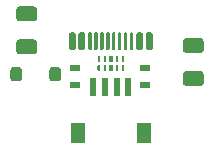
<source format=gtp>
G04 #@! TF.GenerationSoftware,KiCad,Pcbnew,(5.99.0-840-g2507f985a)*
G04 #@! TF.CreationDate,2020-03-22T20:28:13-03:00*
G04 #@! TF.ProjectId,Unified-Daughterboard,556e6966-6965-4642-9d44-617567687465,rev?*
G04 #@! TF.SameCoordinates,Original*
G04 #@! TF.FileFunction,Paste,Top*
G04 #@! TF.FilePolarity,Positive*
%FSLAX46Y46*%
G04 Gerber Fmt 4.6, Leading zero omitted, Abs format (unit mm)*
G04 Created by KiCad (PCBNEW (5.99.0-840-g2507f985a)) date 2020-03-22 20:28:13*
%MOMM*%
%LPD*%
G01*
G04 APERTURE LIST*
%ADD10R,0.250000X0.550000*%
%ADD11R,0.300000X0.550000*%
%ADD12R,0.900000X0.500000*%
%ADD13R,0.600000X1.550000*%
%ADD14R,1.200000X1.800000*%
G04 APERTURE END LIST*
G36*
X74050336Y-66145915D02*
G01*
X74090889Y-66173012D01*
X74117986Y-66213565D01*
X74127501Y-66261400D01*
X74127501Y-66561400D01*
X74117986Y-66609235D01*
X74090889Y-66649788D01*
X74050336Y-66676885D01*
X74002501Y-66686400D01*
X74002499Y-66686400D01*
X73954664Y-66676885D01*
X73914111Y-66649788D01*
X73887014Y-66609235D01*
X73877499Y-66561400D01*
X73877499Y-66261400D01*
X73887014Y-66213565D01*
X73914111Y-66173012D01*
X73954664Y-66145915D01*
X74002499Y-66136400D01*
X74002501Y-66136400D01*
X74050336Y-66145915D01*
G37*
D10*
X74502500Y-66411400D03*
D11*
X75002500Y-66411400D03*
D10*
X75502500Y-66411400D03*
X76002500Y-66411400D03*
X74502500Y-65641400D03*
X76002500Y-65641400D03*
X75502500Y-65641400D03*
X74002500Y-65641400D03*
D11*
X75002500Y-65641400D03*
G36*
X82708171Y-63868030D02*
G01*
X82789277Y-63922223D01*
X82843470Y-64003329D01*
X82862500Y-64099000D01*
X82862500Y-64849000D01*
X82843470Y-64944671D01*
X82789277Y-65025777D01*
X82708171Y-65079970D01*
X82612500Y-65099000D01*
X81362500Y-65099000D01*
X81266829Y-65079970D01*
X81185723Y-65025777D01*
X81131530Y-64944671D01*
X81112500Y-64849000D01*
X81112500Y-64099000D01*
X81131530Y-64003329D01*
X81185723Y-63922223D01*
X81266829Y-63868030D01*
X81362500Y-63849000D01*
X82612500Y-63849000D01*
X82708171Y-63868030D01*
G37*
G36*
X82708171Y-66668030D02*
G01*
X82789277Y-66722223D01*
X82843470Y-66803329D01*
X82862500Y-66899000D01*
X82862500Y-67649000D01*
X82843470Y-67744671D01*
X82789277Y-67825777D01*
X82708171Y-67879970D01*
X82612500Y-67899000D01*
X81362500Y-67899000D01*
X81266829Y-67879970D01*
X81185723Y-67825777D01*
X81131530Y-67744671D01*
X81112500Y-67649000D01*
X81112500Y-66899000D01*
X81131530Y-66803329D01*
X81185723Y-66722223D01*
X81266829Y-66668030D01*
X81362500Y-66649000D01*
X82612500Y-66649000D01*
X82708171Y-66668030D01*
G37*
D12*
X71954500Y-66379000D03*
X71954500Y-67879000D03*
G36*
X68611171Y-64001030D02*
G01*
X68692277Y-64055223D01*
X68746470Y-64136329D01*
X68765500Y-64232000D01*
X68765500Y-64982000D01*
X68746470Y-65077671D01*
X68692277Y-65158777D01*
X68611171Y-65212970D01*
X68515500Y-65232000D01*
X67265500Y-65232000D01*
X67169829Y-65212970D01*
X67088723Y-65158777D01*
X67034530Y-65077671D01*
X67015500Y-64982000D01*
X67015500Y-64232000D01*
X67034530Y-64136329D01*
X67088723Y-64055223D01*
X67169829Y-64001030D01*
X67265500Y-63982000D01*
X68515500Y-63982000D01*
X68611171Y-64001030D01*
G37*
G36*
X68611171Y-61201030D02*
G01*
X68692277Y-61255223D01*
X68746470Y-61336329D01*
X68765500Y-61432000D01*
X68765500Y-62182000D01*
X68746470Y-62277671D01*
X68692277Y-62358777D01*
X68611171Y-62412970D01*
X68515500Y-62432000D01*
X67265500Y-62432000D01*
X67169829Y-62412970D01*
X67088723Y-62358777D01*
X67034530Y-62277671D01*
X67015500Y-62182000D01*
X67015500Y-61432000D01*
X67034530Y-61336329D01*
X67088723Y-61255223D01*
X67169829Y-61201030D01*
X67265500Y-61182000D01*
X68515500Y-61182000D01*
X68611171Y-61201030D01*
G37*
G36*
X70648171Y-66309030D02*
G01*
X70729277Y-66363223D01*
X70783470Y-66444329D01*
X70802500Y-66540000D01*
X70802500Y-67240000D01*
X70783470Y-67335671D01*
X70729277Y-67416777D01*
X70648171Y-67470970D01*
X70552500Y-67490000D01*
X70052500Y-67490000D01*
X69956829Y-67470970D01*
X69875723Y-67416777D01*
X69821530Y-67335671D01*
X69802500Y-67240000D01*
X69802500Y-66540000D01*
X69821530Y-66444329D01*
X69875723Y-66363223D01*
X69956829Y-66309030D01*
X70052500Y-66290000D01*
X70552500Y-66290000D01*
X70648171Y-66309030D01*
G37*
G36*
X67348171Y-66309030D02*
G01*
X67429277Y-66363223D01*
X67483470Y-66444329D01*
X67502500Y-66540000D01*
X67502500Y-67240000D01*
X67483470Y-67335671D01*
X67429277Y-67416777D01*
X67348171Y-67470970D01*
X67252500Y-67490000D01*
X66752500Y-67490000D01*
X66656829Y-67470970D01*
X66575723Y-67416777D01*
X66521530Y-67335671D01*
X66502500Y-67240000D01*
X66502500Y-66540000D01*
X66521530Y-66444329D01*
X66575723Y-66363223D01*
X66656829Y-66309030D01*
X66752500Y-66290000D01*
X67252500Y-66290000D01*
X67348171Y-66309030D01*
G37*
G36*
X78459903Y-63404418D02*
G01*
X78508566Y-63436934D01*
X78541082Y-63485597D01*
X78552500Y-63543000D01*
X78552500Y-64693000D01*
X78541082Y-64750403D01*
X78508566Y-64799066D01*
X78459903Y-64831582D01*
X78402500Y-64843000D01*
X78102500Y-64843000D01*
X78045097Y-64831582D01*
X77996434Y-64799066D01*
X77963918Y-64750403D01*
X77952500Y-64693000D01*
X77952500Y-63543000D01*
X77963918Y-63485597D01*
X77996434Y-63436934D01*
X78045097Y-63404418D01*
X78102500Y-63393000D01*
X78402500Y-63393000D01*
X78459903Y-63404418D01*
G37*
G36*
X76856201Y-63398709D02*
G01*
X76880533Y-63414967D01*
X76896791Y-63439299D01*
X76902500Y-63468000D01*
X76902500Y-64768000D01*
X76896791Y-64796701D01*
X76880533Y-64821033D01*
X76856201Y-64837291D01*
X76827500Y-64843000D01*
X76677500Y-64843000D01*
X76648799Y-64837291D01*
X76624467Y-64821033D01*
X76608209Y-64796701D01*
X76602500Y-64768000D01*
X76602500Y-63468000D01*
X76608209Y-63439299D01*
X76624467Y-63414967D01*
X76648799Y-63398709D01*
X76677500Y-63393000D01*
X76827500Y-63393000D01*
X76856201Y-63398709D01*
G37*
G36*
X76356201Y-63398709D02*
G01*
X76380533Y-63414967D01*
X76396791Y-63439299D01*
X76402500Y-63468000D01*
X76402500Y-64768000D01*
X76396791Y-64796701D01*
X76380533Y-64821033D01*
X76356201Y-64837291D01*
X76327500Y-64843000D01*
X76177500Y-64843000D01*
X76148799Y-64837291D01*
X76124467Y-64821033D01*
X76108209Y-64796701D01*
X76102500Y-64768000D01*
X76102500Y-63468000D01*
X76108209Y-63439299D01*
X76124467Y-63414967D01*
X76148799Y-63398709D01*
X76177500Y-63393000D01*
X76327500Y-63393000D01*
X76356201Y-63398709D01*
G37*
G36*
X75856201Y-63398709D02*
G01*
X75880533Y-63414967D01*
X75896791Y-63439299D01*
X75902500Y-63468000D01*
X75902500Y-64768000D01*
X75896791Y-64796701D01*
X75880533Y-64821033D01*
X75856201Y-64837291D01*
X75827500Y-64843000D01*
X75677500Y-64843000D01*
X75648799Y-64837291D01*
X75624467Y-64821033D01*
X75608209Y-64796701D01*
X75602500Y-64768000D01*
X75602500Y-63468000D01*
X75608209Y-63439299D01*
X75624467Y-63414967D01*
X75648799Y-63398709D01*
X75677500Y-63393000D01*
X75827500Y-63393000D01*
X75856201Y-63398709D01*
G37*
G36*
X75360201Y-63398709D02*
G01*
X75384533Y-63414967D01*
X75400791Y-63439299D01*
X75406500Y-63468000D01*
X75406500Y-64768000D01*
X75400791Y-64796701D01*
X75384533Y-64821033D01*
X75360201Y-64837291D01*
X75331500Y-64843000D01*
X75181500Y-64843000D01*
X75152799Y-64837291D01*
X75128467Y-64821033D01*
X75112209Y-64796701D01*
X75106500Y-64768000D01*
X75106500Y-63468000D01*
X75112209Y-63439299D01*
X75128467Y-63414967D01*
X75152799Y-63398709D01*
X75181500Y-63393000D01*
X75331500Y-63393000D01*
X75360201Y-63398709D01*
G37*
G36*
X73356201Y-63398709D02*
G01*
X73380533Y-63414967D01*
X73396791Y-63439299D01*
X73402500Y-63468000D01*
X73402500Y-64768000D01*
X73396791Y-64796701D01*
X73380533Y-64821033D01*
X73356201Y-64837291D01*
X73327500Y-64843000D01*
X73177500Y-64843000D01*
X73148799Y-64837291D01*
X73124467Y-64821033D01*
X73108209Y-64796701D01*
X73102500Y-64768000D01*
X73102500Y-63468000D01*
X73108209Y-63439299D01*
X73124467Y-63414967D01*
X73148799Y-63398709D01*
X73177500Y-63393000D01*
X73327500Y-63393000D01*
X73356201Y-63398709D01*
G37*
G36*
X73856201Y-63398709D02*
G01*
X73880533Y-63414967D01*
X73896791Y-63439299D01*
X73902500Y-63468000D01*
X73902500Y-64768000D01*
X73896791Y-64796701D01*
X73880533Y-64821033D01*
X73856201Y-64837291D01*
X73827500Y-64843000D01*
X73677500Y-64843000D01*
X73648799Y-64837291D01*
X73624467Y-64821033D01*
X73608209Y-64796701D01*
X73602500Y-64768000D01*
X73602500Y-63468000D01*
X73608209Y-63439299D01*
X73624467Y-63414967D01*
X73648799Y-63398709D01*
X73677500Y-63393000D01*
X73827500Y-63393000D01*
X73856201Y-63398709D01*
G37*
G36*
X74356201Y-63398709D02*
G01*
X74380533Y-63414967D01*
X74396791Y-63439299D01*
X74402500Y-63468000D01*
X74402500Y-64768000D01*
X74396791Y-64796701D01*
X74380533Y-64821033D01*
X74356201Y-64837291D01*
X74327500Y-64843000D01*
X74177500Y-64843000D01*
X74148799Y-64837291D01*
X74124467Y-64821033D01*
X74108209Y-64796701D01*
X74102500Y-64768000D01*
X74102500Y-63468000D01*
X74108209Y-63439299D01*
X74124467Y-63414967D01*
X74148799Y-63398709D01*
X74177500Y-63393000D01*
X74327500Y-63393000D01*
X74356201Y-63398709D01*
G37*
G36*
X74856201Y-63398709D02*
G01*
X74880533Y-63414967D01*
X74896791Y-63439299D01*
X74902500Y-63468000D01*
X74902500Y-64768000D01*
X74896791Y-64796701D01*
X74880533Y-64821033D01*
X74856201Y-64837291D01*
X74827500Y-64843000D01*
X74677500Y-64843000D01*
X74648799Y-64837291D01*
X74624467Y-64821033D01*
X74608209Y-64796701D01*
X74602500Y-64768000D01*
X74602500Y-63468000D01*
X74608209Y-63439299D01*
X74624467Y-63414967D01*
X74648799Y-63398709D01*
X74677500Y-63393000D01*
X74827500Y-63393000D01*
X74856201Y-63398709D01*
G37*
G36*
X77659903Y-63404418D02*
G01*
X77708566Y-63436934D01*
X77741082Y-63485597D01*
X77752500Y-63543000D01*
X77752500Y-64693000D01*
X77741082Y-64750403D01*
X77708566Y-64799066D01*
X77659903Y-64831582D01*
X77602500Y-64843000D01*
X77302500Y-64843000D01*
X77245097Y-64831582D01*
X77196434Y-64799066D01*
X77163918Y-64750403D01*
X77152500Y-64693000D01*
X77152500Y-63543000D01*
X77163918Y-63485597D01*
X77196434Y-63436934D01*
X77245097Y-63404418D01*
X77302500Y-63393000D01*
X77602500Y-63393000D01*
X77659903Y-63404418D01*
G37*
G36*
X71959903Y-63404418D02*
G01*
X72008566Y-63436934D01*
X72041082Y-63485597D01*
X72052500Y-63543000D01*
X72052500Y-64693000D01*
X72041082Y-64750403D01*
X72008566Y-64799066D01*
X71959903Y-64831582D01*
X71902500Y-64843000D01*
X71602500Y-64843000D01*
X71545097Y-64831582D01*
X71496434Y-64799066D01*
X71463918Y-64750403D01*
X71452500Y-64693000D01*
X71452500Y-63543000D01*
X71463918Y-63485597D01*
X71496434Y-63436934D01*
X71545097Y-63404418D01*
X71602500Y-63393000D01*
X71902500Y-63393000D01*
X71959903Y-63404418D01*
G37*
G36*
X72759903Y-63404418D02*
G01*
X72808566Y-63436934D01*
X72841082Y-63485597D01*
X72852500Y-63543000D01*
X72852500Y-64693000D01*
X72841082Y-64750403D01*
X72808566Y-64799066D01*
X72759903Y-64831582D01*
X72702500Y-64843000D01*
X72402500Y-64843000D01*
X72345097Y-64831582D01*
X72296434Y-64799066D01*
X72263918Y-64750403D01*
X72252500Y-64693000D01*
X72252500Y-63543000D01*
X72263918Y-63485597D01*
X72296434Y-63436934D01*
X72345097Y-63404418D01*
X72402500Y-63393000D01*
X72702500Y-63393000D01*
X72759903Y-63404418D01*
G37*
D13*
X75504500Y-68018000D03*
X76504500Y-68018000D03*
X74504500Y-68018000D03*
X73504500Y-68018000D03*
D14*
X72204500Y-71893000D03*
X77804500Y-71893000D03*
D12*
X77923500Y-67879000D03*
X77923500Y-66379000D03*
M02*

</source>
